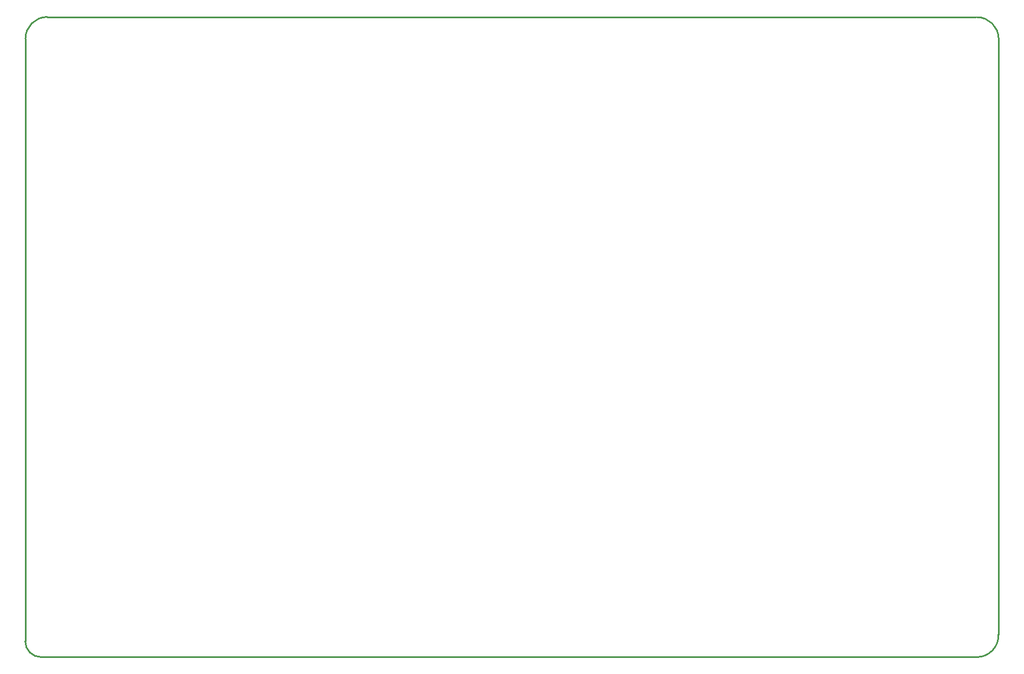
<source format=gko>
G04*
G04 #@! TF.GenerationSoftware,Altium Limited,Altium Designer,20.0.9 (164)*
G04*
G04 Layer_Color=16711935*
%FSLAX25Y25*%
%MOIN*%
G70*
G01*
G75*
%ADD10C,0.01000*%
D10*
X280503Y-207500D02*
G03*
X293509Y-193798I-103J13122D01*
G01*
X293622Y164878D02*
G03*
X280500Y178000I-13122J0D01*
G01*
X-292605Y-198004D02*
G03*
X-283100Y-207500I9555J58D01*
G01*
X-279506Y178122D02*
G03*
X-292500Y165000I128J-13122D01*
G01*
X-279384Y178000D02*
X280000D01*
X293500Y-194063D02*
Y164500D01*
X-283100Y-207500D02*
X280000D01*
X-292605Y-198004D02*
Y164895D01*
M02*

</source>
